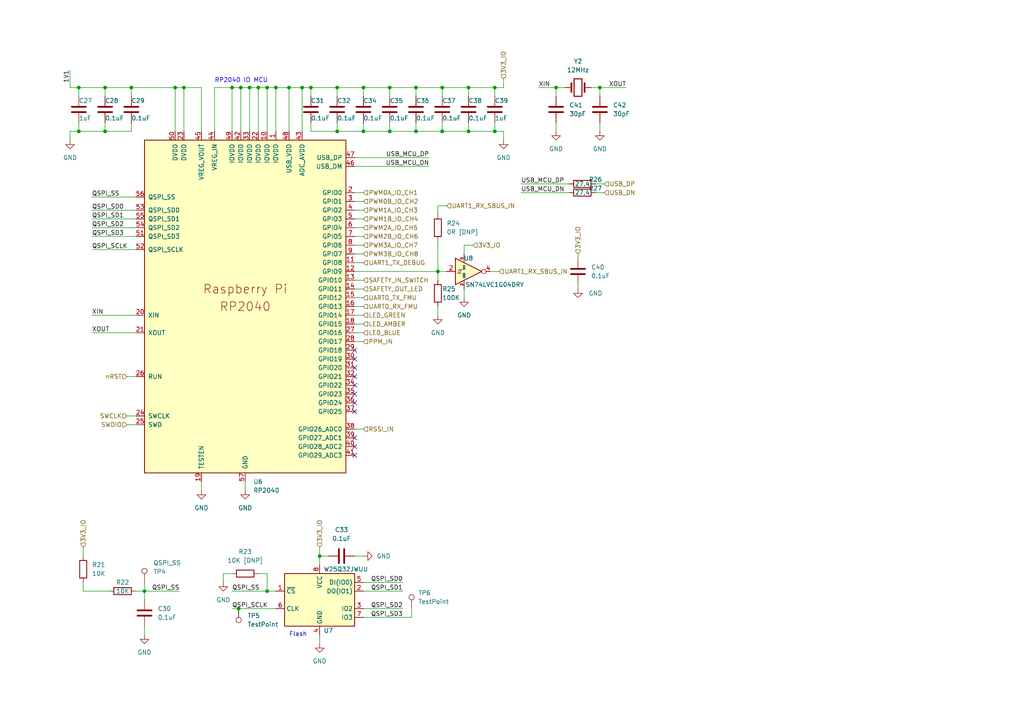
<source format=kicad_sch>
(kicad_sch (version 20211123) (generator eeschema)
  (paper "A4")
  (lib_symbols
    (symbol "74xGxx:SN74LVC1G14DRL"
      (property "Reference" "U" (at -2.54 5.08 0))
      (property "Value" "SN74LVC1G14DRL" (at 10.16 5.08 0))
      (symbol "SN74LVC1G14DRL_0_1"
        (polyline (pts (xy -1.016 0.508) (xy -0.508 0.508)))
        (polyline (pts (xy -2.54 3.81) (xy -2.54 -3.81) (xy 5.08 0) (xy -2.54 3.81)) (stroke (width 0.254)) (fill (type background)))
        (polyline (pts (xy -1.524 -0.508) (xy -1.524 0.508) (xy -1.016 0.508) (xy -1.016 -0.508) (xy -2.032 -0.508)))
        (circle (center 5.715 0) (radius 0.635))
      )
      (symbol "SN74LVC1G14DRL_1_1"
        (pin no_connect line (at 5.08 0 180) (length 2.54) hide (name "NC") (number "1"))
        (pin input line (at -5.08 0 0) (length 2.54) (name "~") (number "2"))
        (pin power_in line (at 0 -5.08 90) (length 2.54) (name "GND") (number "3"))
        (pin output line (at 7.62 0 180) (length 1.27) (name "~") (number "4"))
        (pin power_in line (at 0 5.08 270) (length 2.54) (name "VCC") (number "5"))
      )
    )
    (symbol "Connector:TestPoint" (pin_numbers hide) (pin_names (offset 0.762) hide)
      (property "Reference" "TP" (at 0 6.858 0))
      (property "Value" "TestPoint" (at 0 5.08 0))
      (symbol "TestPoint_0_1"
        (circle (center 0 3.302) (radius 0.762))
      )
      (symbol "TestPoint_1_1"
        (pin passive line (at 0 0 90) (length 2.54) (name "1") (number "1"))
      )
    )
    (symbol "Device:C" (pin_numbers hide) (pin_names (offset 0.254))
      (property "Reference" "C" (at 0.635 2.54 0))
      (property "Value" "C" (at 0.635 -2.54 0))
      (symbol "C_0_1"
        (polyline (pts (xy -2.032 -0.762) (xy 2.032 -0.762)) (stroke (width 0.508)))
        (polyline (pts (xy -2.032 0.762) (xy 2.032 0.762)) (stroke (width 0.508)))
      )
      (symbol "C_1_1"
        (pin passive line (at 0 3.81 270) (length 2.794) (name "~") (number "1"))
        (pin passive line (at 0 -3.81 90) (length 2.794) (name "~") (number "2"))
      )
    )
    (symbol "Device:Crystal" (pin_numbers hide) (pin_names (offset 1.016) hide)
      (property "Reference" "Y" (at 0 3.81 0))
      (property "Value" "Crystal" (at 0 -3.81 0))
      (symbol "Crystal_0_1"
        (rectangle (start -1.143 2.54) (end 1.143 -2.54) (stroke (width 0.3048)))
        (polyline (pts (xy -2.54 0) (xy -1.905 0)))
        (polyline (pts (xy -1.905 -1.27) (xy -1.905 1.27)) (stroke (width 0.508)))
        (polyline (pts (xy 1.905 -1.27) (xy 1.905 1.27)) (stroke (width 0.508)))
        (polyline (pts (xy 2.54 0) (xy 1.905 0)))
      )
      (symbol "Crystal_1_1"
        (pin passive line (at -3.81 0 0) (length 1.27) (name "1") (number "1"))
        (pin passive line (at 3.81 0 180) (length 1.27) (name "2") (number "2"))
      )
    )
    (symbol "Device:R" (pin_numbers hide) (pin_names (offset 0))
      (property "Reference" "R" (at 2.032 0 90))
      (property "Value" "R" (at 0 0 90))
      (symbol "R_0_1"
        (rectangle (start -1.016 -2.54) (end 1.016 2.54) (stroke (width 0.254)))
      )
      (symbol "R_1_1"
        (pin passive line (at 0 3.81 270) (length 1.27) (name "~") (number "1"))
        (pin passive line (at 0 -3.81 90) (length 1.27) (name "~") (number "2"))
      )
    )
    (symbol "MCU_RaspberryPi_RP2040:RP2040" (pin_names (offset 1.016))
      (property "Reference" "U" (at -29.21 49.53 0))
      (property "Value" "RP2040" (at 24.13 -49.53 0))
      (symbol "RP2040_0_0"
        (text "Raspberry Pi" (at 0 5.08 0) (effects (font (size 2.54 2.54))))
        (text "RP2040" (at 0 0 0) (effects (font (size 2.54 2.54))))
      )
      (symbol "RP2040_0_1"
        (rectangle (start 29.21 48.26) (end -29.21 -48.26) (stroke (width 0.254)) (fill (type background)))
      )
      (symbol "RP2040_1_1"
        (pin power_in line (at 8.89 50.8 270) (length 2.54) (name "IOVDD") (number "1"))
        (pin power_in line (at 6.35 50.8 270) (length 2.54) (name "IOVDD") (number "10"))
        (pin bidirectional line (at 31.75 12.7 180) (length 2.54) (name "GPIO8") (number "11"))
        (pin bidirectional line (at 31.75 10.16 180) (length 2.54) (name "GPIO9") (number "12"))
        (pin bidirectional line (at 31.75 7.62 180) (length 2.54) (name "GPIO10") (number "13"))
        (pin bidirectional line (at 31.75 5.08 180) (length 2.54) (name "GPIO11") (number "14"))
        (pin bidirectional line (at 31.75 2.54 180) (length 2.54) (name "GPIO12") (number "15"))
        (pin bidirectional line (at 31.75 0 180) (length 2.54) (name "GPIO13") (number "16"))
        (pin bidirectional line (at 31.75 -2.54 180) (length 2.54) (name "GPIO14") (number "17"))
        (pin bidirectional line (at 31.75 -5.08 180) (length 2.54) (name "GPIO15") (number "18"))
        (pin passive line (at -12.7 -50.8 90) (length 2.54) (name "TESTEN") (number "19"))
        (pin bidirectional line (at 31.75 33.02 180) (length 2.54) (name "GPIO0") (number "2"))
        (pin input line (at -31.75 -2.54 0) (length 2.54) (name "XIN") (number "20"))
        (pin passive line (at -31.75 -7.62 0) (length 2.54) (name "XOUT") (number "21"))
        (pin power_in line (at 3.81 50.8 270) (length 2.54) (name "IOVDD") (number "22"))
        (pin power_in line (at -17.78 50.8 270) (length 2.54) (name "DVDD") (number "23"))
        (pin output line (at -31.75 -31.75 0) (length 2.54) (name "SWCLK") (number "24"))
        (pin bidirectional line (at -31.75 -34.29 0) (length 2.54) (name "SWD") (number "25"))
        (pin input line (at -31.75 -20.32 0) (length 2.54) (name "RUN") (number "26"))
        (pin bidirectional line (at 31.75 -7.62 180) (length 2.54) (name "GPIO16") (number "27"))
        (pin bidirectional line (at 31.75 -10.16 180) (length 2.54) (name "GPIO17") (number "28"))
        (pin bidirectional line (at 31.75 -12.7 180) (length 2.54) (name "GPIO18") (number "29"))
        (pin bidirectional line (at 31.75 30.48 180) (length 2.54) (name "GPIO1") (number "3"))
        (pin bidirectional line (at 31.75 -15.24 180) (length 2.54) (name "GPIO19") (number "30"))
        (pin bidirectional line (at 31.75 -17.78 180) (length 2.54) (name "GPIO20") (number "31"))
        (pin bidirectional line (at 31.75 -20.32 180) (length 2.54) (name "GPIO21") (number "32"))
        (pin power_in line (at 1.27 50.8 270) (length 2.54) (name "IOVDD") (number "33"))
        (pin bidirectional line (at 31.75 -22.86 180) (length 2.54) (name "GPIO22") (number "34"))
        (pin bidirectional line (at 31.75 -25.4 180) (length 2.54) (name "GPIO23") (number "35"))
        (pin bidirectional line (at 31.75 -27.94 180) (length 2.54) (name "GPIO24") (number "36"))
        (pin bidirectional line (at 31.75 -30.48 180) (length 2.54) (name "GPIO25") (number "37"))
        (pin bidirectional line (at 31.75 -35.56 180) (length 2.54) (name "GPIO26_ADC0") (number "38"))
        (pin bidirectional line (at 31.75 -38.1 180) (length 2.54) (name "GPIO27_ADC1") (number "39"))
        (pin bidirectional line (at 31.75 27.94 180) (length 2.54) (name "GPIO2") (number "4"))
        (pin bidirectional line (at 31.75 -40.64 180) (length 2.54) (name "GPIO28_ADC2") (number "40"))
        (pin bidirectional line (at 31.75 -43.18 180) (length 2.54) (name "GPIO29_ADC3") (number "41"))
        (pin power_in line (at -1.27 50.8 270) (length 2.54) (name "IOVDD") (number "42"))
        (pin power_in line (at 16.51 50.8 270) (length 2.54) (name "ADC_AVDD") (number "43"))
        (pin power_in line (at -8.89 50.8 270) (length 2.54) (name "VREG_IN") (number "44"))
        (pin power_out line (at -12.7 50.8 270) (length 2.54) (name "VREG_VOUT") (number "45"))
        (pin bidirectional line (at 31.75 40.64 180) (length 2.54) (name "USB_DM") (number "46"))
        (pin bidirectional line (at 31.75 43.18 180) (length 2.54) (name "USB_DP") (number "47"))
        (pin power_in line (at 12.7 50.8 270) (length 2.54) (name "USB_VDD") (number "48"))
        (pin power_in line (at -3.81 50.8 270) (length 2.54) (name "IOVDD") (number "49"))
        (pin bidirectional line (at 31.75 25.4 180) (length 2.54) (name "GPIO3") (number "5"))
        (pin power_in line (at -20.32 50.8 270) (length 2.54) (name "DVDD") (number "50"))
        (pin bidirectional line (at -31.75 20.32 0) (length 2.54) (name "QSPI_SD3") (number "51"))
        (pin output line (at -31.75 16.51 0) (length 2.54) (name "QSPI_SCLK") (number "52"))
        (pin bidirectional line (at -31.75 27.94 0) (length 2.54) (name "QSPI_SD0") (number "53"))
        (pin bidirectional line (at -31.75 22.86 0) (length 2.54) (name "QSPI_SD2") (number "54"))
        (pin bidirectional line (at -31.75 25.4 0) (length 2.54) (name "QSPI_SD1") (number "55"))
        (pin bidirectional line (at -31.75 31.75 0) (length 2.54) (name "QSPI_SS") (number "56"))
        (pin power_in line (at 0 -50.8 90) (length 2.54) (name "GND") (number "57"))
        (pin bidirectional line (at 31.75 22.86 180) (length 2.54) (name "GPIO4") (number "6"))
        (pin bidirectional line (at 31.75 20.32 180) (length 2.54) (name "GPIO5") (number "7"))
        (pin bidirectional line (at 31.75 17.78 180) (length 2.54) (name "GPIO6") (number "8"))
        (pin bidirectional line (at 31.75 15.24 180) (length 2.54) (name "GPIO7") (number "9"))
      )
    )
    (symbol "Memory_Flash:W25Q32JVSS"
      (property "Reference" "U" (at -8.89 8.89 0))
      (property "Value" "W25Q32JVSS" (at 7.62 8.89 0))
      (symbol "W25Q32JVSS_0_1"
        (rectangle (start -10.16 7.62) (end 10.16 -7.62) (stroke (width 0.254)) (fill (type background)))
      )
      (symbol "W25Q32JVSS_1_1"
        (pin input line (at -12.7 2.54 0) (length 2.54) (name "~{CS}") (number "1"))
        (pin bidirectional line (at 12.7 2.54 180) (length 2.54) (name "DO(IO1)") (number "2"))
        (pin bidirectional line (at 12.7 -2.54 180) (length 2.54) (name "IO2") (number "3"))
        (pin power_in line (at 0 -10.16 90) (length 2.54) (name "GND") (number "4"))
        (pin bidirectional line (at 12.7 5.08 180) (length 2.54) (name "DI(IO0)") (number "5"))
        (pin input line (at -12.7 -2.54 0) (length 2.54) (name "CLK") (number "6"))
        (pin bidirectional line (at 12.7 -5.08 180) (length 2.54) (name "IO3") (number "7"))
        (pin power_in line (at 0 10.16 270) (length 2.54) (name "VCC") (number "8"))
      )
    )
    (symbol "power:GND" (power) (pin_names (offset 0))
      (property "Value" "GND" (at 0 -3.81 0))
      (symbol "GND_0_1"
        (polyline (pts (xy 0 0) (xy 0 -1.27) (xy 1.27 -1.27) (xy 0 -2.54) (xy -1.27 -1.27) (xy 0 -1.27)))
      )
      (symbol "GND_1_1"
        (pin power_in line (at 0 0 270) (length 0) hide (name "GND") (number "1"))
      )
    )
  )
  (junction (at 128.27 38.1) (diameter 0.9144))
  (junction (at 113.03 25.4) (diameter 0.9144))
  (junction (at 143.51 38.1) (diameter 0.9144))
  (junction (at 22.86 25.4))
  (junction (at 30.48 25.4))
  (junction (at 161.29 25.4) (diameter 0.9144))
  (junction (at 87.63 25.4) (diameter 0.9144))
  (junction (at 135.89 38.1) (diameter 0.9144))
  (junction (at 69.85 25.4) (diameter 0.9144))
  (junction (at 173.99 25.4) (diameter 0.9144))
  (junction (at 113.03 38.1) (diameter 0.9144))
  (junction (at 120.65 38.1) (diameter 0.9144))
  (junction (at 135.89 25.4) (diameter 0.9144))
  (junction (at 38.1 25.4))
  (junction (at 67.31 25.4) (diameter 0.9144))
  (junction (at 120.65 25.4) (diameter 0.9144))
  (junction (at 83.82 25.4) (diameter 0.9144))
  (junction (at 77.47 25.4) (diameter 0.9144))
  (junction (at 92.71 161.29) (diameter 0.9144))
  (junction (at 127 78.74))
  (junction (at 69.215 176.53))
  (junction (at 77.47 171.45))
  (junction (at 22.86 38.1))
  (junction (at 97.79 25.4) (diameter 0.9144))
  (junction (at 105.41 38.1) (diameter 0.9144))
  (junction (at 97.79 38.1) (diameter 0.9144))
  (junction (at 128.27 25.4) (diameter 0.9144))
  (junction (at 50.8 25.4) (diameter 0.9144))
  (junction (at 105.41 25.4) (diameter 0.9144))
  (junction (at 143.51 25.4) (diameter 0.9144))
  (junction (at 74.93 25.4) (diameter 0.9144))
  (junction (at 72.39 25.4) (diameter 0.9144))
  (junction (at 30.48 38.1))
  (junction (at 53.34 25.4) (diameter 0.9144))
  (junction (at 41.91 171.45) (diameter 0.9144))
  (junction (at 90.17 25.4) (diameter 0.9144))
  (junction (at 80.01 25.4) (diameter 0.9144))
  (no_connect (at 102.87 111.76))
  (no_connect (at 102.87 104.14))
  (no_connect (at 102.87 109.22))
  (no_connect (at 102.87 114.3))
  (no_connect (at 102.87 127))
  (no_connect (at 102.87 129.54))
  (no_connect (at 102.87 132.08))
  (no_connect (at 102.87 106.68))
  (no_connect (at 102.87 101.6))
  (no_connect (at 102.87 116.84))
  (no_connect (at 102.87 119.38))
  (wire (pts (xy 26.67 91.44) (xy 39.37 91.44)))
  (wire (pts (xy 151.13 53.34) (xy 165.1 53.34)))
  (wire (pts (xy 62.23 38.1) (xy 62.23 25.4)))
  (wire (pts (xy 20.32 40.64) (xy 20.32 38.1)))
  (wire (pts (xy 41.91 171.45) (xy 52.07 171.45)))
  (wire (pts (xy 67.31 171.45) (xy 77.47 171.45)))
  (wire (pts (xy 105.41 35.56) (xy 105.41 38.1)))
  (wire (pts (xy 20.32 38.1) (xy 22.86 38.1)))
  (wire (pts (xy 64.77 166.37) (xy 67.31 166.37)))
  (wire (pts (xy 30.48 38.1) (xy 38.1 38.1)))
  (wire (pts (xy 127 78.74) (xy 129.54 78.74)))
  (wire (pts (xy 146.05 25.4) (xy 143.51 25.4)))
  (wire (pts (xy 172.72 55.88) (xy 175.26 55.88)))
  (wire (pts (xy 135.89 25.4) (xy 135.89 27.94)))
  (wire (pts (xy 102.87 48.26) (xy 124.46 48.26)))
  (wire (pts (xy 102.87 91.44) (xy 105.41 91.44)))
  (wire (pts (xy 90.17 25.4) (xy 97.79 25.4)))
  (wire (pts (xy 134.62 83.82) (xy 134.62 86.36)))
  (wire (pts (xy 102.87 71.12) (xy 105.41 71.12)))
  (wire (pts (xy 90.17 38.1) (xy 90.17 35.56)))
  (wire (pts (xy 113.03 35.56) (xy 113.03 38.1)))
  (wire (pts (xy 53.34 38.1) (xy 53.34 25.4)))
  (wire (pts (xy 30.48 35.56) (xy 30.48 38.1)))
  (wire (pts (xy 102.87 73.66) (xy 105.41 73.66)))
  (wire (pts (xy 80.01 25.4) (xy 77.47 25.4)))
  (wire (pts (xy 127 69.85) (xy 127 78.74)))
  (wire (pts (xy 105.41 38.1) (xy 113.03 38.1)))
  (wire (pts (xy 113.03 38.1) (xy 120.65 38.1)))
  (wire (pts (xy 24.13 171.45) (xy 31.75 171.45)))
  (wire (pts (xy 102.87 63.5) (xy 105.41 63.5)))
  (wire (pts (xy 97.79 38.1) (xy 90.17 38.1)))
  (wire (pts (xy 102.87 86.36) (xy 105.41 86.36)))
  (wire (pts (xy 120.65 38.1) (xy 128.27 38.1)))
  (wire (pts (xy 102.87 81.28) (xy 105.41 81.28)))
  (wire (pts (xy 36.83 109.22) (xy 39.37 109.22)))
  (wire (pts (xy 146.05 22.86) (xy 146.05 25.4)))
  (wire (pts (xy 172.72 53.34) (xy 175.26 53.34)))
  (wire (pts (xy 173.99 35.56) (xy 173.99 38.1)))
  (wire (pts (xy 134.62 71.12) (xy 134.62 73.66)))
  (wire (pts (xy 53.34 25.4) (xy 50.8 25.4)))
  (wire (pts (xy 102.87 66.04) (xy 105.41 66.04)))
  (wire (pts (xy 26.67 68.58) (xy 39.37 68.58)))
  (wire (pts (xy 80.01 38.1) (xy 80.01 25.4)))
  (wire (pts (xy 102.87 78.74) (xy 127 78.74)))
  (wire (pts (xy 22.86 38.1) (xy 22.86 35.56)))
  (wire (pts (xy 102.87 161.29) (xy 105.41 161.29)))
  (wire (pts (xy 102.87 76.2) (xy 105.41 76.2)))
  (wire (pts (xy 143.51 35.56) (xy 143.51 38.1)))
  (wire (pts (xy 24.13 158.75) (xy 24.13 161.29)))
  (wire (pts (xy 113.03 25.4) (xy 113.03 27.94)))
  (wire (pts (xy 105.41 171.45) (xy 116.84 171.45)))
  (wire (pts (xy 41.91 173.99) (xy 41.91 171.45)))
  (wire (pts (xy 105.41 25.4) (xy 113.03 25.4)))
  (wire (pts (xy 102.87 99.06) (xy 105.41 99.06)))
  (wire (pts (xy 71.12 139.7) (xy 71.12 142.24)))
  (wire (pts (xy 102.87 88.9) (xy 105.41 88.9)))
  (wire (pts (xy 102.87 96.52) (xy 105.41 96.52)))
  (wire (pts (xy 161.29 25.4) (xy 163.83 25.4)))
  (wire (pts (xy 128.27 25.4) (xy 128.27 27.94)))
  (wire (pts (xy 24.13 168.91) (xy 24.13 171.45)))
  (wire (pts (xy 50.8 25.4) (xy 50.8 38.1)))
  (wire (pts (xy 74.93 166.37) (xy 77.47 166.37)))
  (wire (pts (xy 36.83 123.19) (xy 39.37 123.19)))
  (wire (pts (xy 129.54 59.69) (xy 127 59.69)))
  (wire (pts (xy 80.01 25.4) (xy 83.82 25.4)))
  (wire (pts (xy 67.31 176.53) (xy 69.215 176.53)))
  (wire (pts (xy 26.67 66.04) (xy 39.37 66.04)))
  (wire (pts (xy 102.87 60.96) (xy 105.41 60.96)))
  (wire (pts (xy 134.62 71.12) (xy 137.16 71.12)))
  (wire (pts (xy 38.1 25.4) (xy 50.8 25.4)))
  (wire (pts (xy 173.99 27.94) (xy 173.99 25.4)))
  (wire (pts (xy 128.27 25.4) (xy 135.89 25.4)))
  (wire (pts (xy 127 59.69) (xy 127 62.23)))
  (wire (pts (xy 26.67 72.39) (xy 39.37 72.39)))
  (wire (pts (xy 120.65 25.4) (xy 128.27 25.4)))
  (wire (pts (xy 102.87 68.58) (xy 105.41 68.58)))
  (wire (pts (xy 102.87 93.98) (xy 105.41 93.98)))
  (wire (pts (xy 135.89 25.4) (xy 143.51 25.4)))
  (wire (pts (xy 41.91 181.61) (xy 41.91 184.15)))
  (wire (pts (xy 105.41 168.91) (xy 116.84 168.91)))
  (wire (pts (xy 77.47 25.4) (xy 77.47 38.1)))
  (wire (pts (xy 38.1 25.4) (xy 38.1 27.94)))
  (wire (pts (xy 26.67 60.96) (xy 39.37 60.96)))
  (wire (pts (xy 67.31 25.4) (xy 69.85 25.4)))
  (wire (pts (xy 74.93 38.1) (xy 74.93 25.4)))
  (wire (pts (xy 151.13 55.88) (xy 165.1 55.88)))
  (wire (pts (xy 64.77 168.91) (xy 64.77 166.37)))
  (wire (pts (xy 143.51 38.1) (xy 146.05 38.1)))
  (wire (pts (xy 58.42 25.4) (xy 53.34 25.4)))
  (wire (pts (xy 58.42 38.1) (xy 58.42 25.4)))
  (wire (pts (xy 22.86 38.1) (xy 30.48 38.1)))
  (wire (pts (xy 62.23 25.4) (xy 67.31 25.4)))
  (wire (pts (xy 146.05 40.64) (xy 146.05 38.1)))
  (wire (pts (xy 72.39 25.4) (xy 69.85 25.4)))
  (wire (pts (xy 41.91 171.45) (xy 39.37 171.45)))
  (wire (pts (xy 67.31 38.1) (xy 67.31 25.4)))
  (wire (pts (xy 30.48 25.4) (xy 30.48 27.94)))
  (wire (pts (xy 102.87 83.82) (xy 105.41 83.82)))
  (wire (pts (xy 26.67 63.5) (xy 39.37 63.5)))
  (wire (pts (xy 69.85 25.4) (xy 69.85 38.1)))
  (wire (pts (xy 92.71 158.75) (xy 92.71 161.29)))
  (wire (pts (xy 22.86 27.94) (xy 22.86 25.4)))
  (wire (pts (xy 135.89 35.56) (xy 135.89 38.1)))
  (wire (pts (xy 69.215 176.53) (xy 80.01 176.53)))
  (wire (pts (xy 102.87 45.72) (xy 124.46 45.72)))
  (wire (pts (xy 105.41 25.4) (xy 105.41 27.94)))
  (wire (pts (xy 58.42 139.7) (xy 58.42 142.24)))
  (wire (pts (xy 92.71 163.83) (xy 92.71 161.29)))
  (wire (pts (xy 26.67 96.52) (xy 39.37 96.52)))
  (wire (pts (xy 120.65 25.4) (xy 120.65 27.94)))
  (wire (pts (xy 105.41 179.07) (xy 119.38 179.07)))
  (wire (pts (xy 119.38 176.53) (xy 119.38 179.07)))
  (wire (pts (xy 127 88.9) (xy 127 91.44)))
  (wire (pts (xy 92.71 184.15) (xy 92.71 186.69)))
  (wire (pts (xy 20.32 20.32) (xy 20.32 25.4)))
  (wire (pts (xy 156.21 25.4) (xy 161.29 25.4)))
  (wire (pts (xy 30.48 25.4) (xy 38.1 25.4)))
  (wire (pts (xy 105.41 176.53) (xy 116.84 176.53)))
  (wire (pts (xy 41.91 168.91) (xy 41.91 171.45)))
  (wire (pts (xy 92.71 161.29) (xy 95.25 161.29)))
  (wire (pts (xy 97.79 25.4) (xy 105.41 25.4)))
  (wire (pts (xy 87.63 25.4) (xy 90.17 25.4)))
  (wire (pts (xy 173.99 25.4) (xy 181.61 25.4)))
  (wire (pts (xy 74.93 25.4) (xy 77.47 25.4)))
  (wire (pts (xy 161.29 27.94) (xy 161.29 25.4)))
  (wire (pts (xy 77.47 171.45) (xy 80.01 171.45)))
  (wire (pts (xy 97.79 35.56) (xy 97.79 38.1)))
  (wire (pts (xy 161.29 35.56) (xy 161.29 38.1)))
  (wire (pts (xy 77.47 166.37) (xy 77.47 171.45)))
  (wire (pts (xy 83.82 25.4) (xy 83.82 38.1)))
  (wire (pts (xy 127 78.74) (xy 127 81.28)))
  (wire (pts (xy 128.27 38.1) (xy 135.89 38.1)))
  (wire (pts (xy 102.87 124.46) (xy 105.41 124.46)))
  (wire (pts (xy 38.1 38.1) (xy 38.1 35.56)))
  (wire (pts (xy 167.64 73.66) (xy 167.64 74.93)))
  (wire (pts (xy 72.39 25.4) (xy 74.93 25.4)))
  (wire (pts (xy 113.03 25.4) (xy 120.65 25.4)))
  (wire (pts (xy 90.17 27.94) (xy 90.17 25.4)))
  (wire (pts (xy 135.89 38.1) (xy 143.51 38.1)))
  (wire (pts (xy 87.63 25.4) (xy 83.82 25.4)))
  (wire (pts (xy 36.83 120.65) (xy 39.37 120.65)))
  (wire (pts (xy 173.99 25.4) (xy 171.45 25.4)))
  (wire (pts (xy 72.39 38.1) (xy 72.39 25.4)))
  (wire (pts (xy 87.63 38.1) (xy 87.63 25.4)))
  (wire (pts (xy 120.65 35.56) (xy 120.65 38.1)))
  (wire (pts (xy 102.87 55.88) (xy 105.41 55.88)))
  (wire (pts (xy 97.79 25.4) (xy 97.79 27.94)))
  (wire (pts (xy 143.51 25.4) (xy 143.51 27.94)))
  (wire (pts (xy 128.27 35.56) (xy 128.27 38.1)))
  (wire (pts (xy 105.41 38.1) (xy 97.79 38.1)))
  (wire (pts (xy 142.24 78.74) (xy 144.78 78.74)))
  (wire (pts (xy 22.86 25.4) (xy 20.32 25.4)))
  (wire (pts (xy 22.86 25.4) (xy 30.48 25.4)))
  (wire (pts (xy 167.64 82.55) (xy 167.64 83.82)))
  (wire (pts (xy 102.87 58.42) (xy 105.41 58.42)))
  (wire (pts (xy 26.67 57.15) (xy 39.37 57.15)))
  (text "RP2040 IO MCU" (at 62.23 24.13 0) (effects (font (size 1.27 1.27)) (justify left bottom)))
  (text "Flash" (at 83.82 184.785 0) (effects (font (size 1.27 1.27)) (justify left bottom)))
  (label "USB_MCU_DP" (at 151.13 53.34 0))
  (label "QSPI_SCLK" (at 26.67 72.39 0))
  (label "1V1" (at 20.32 20.32 270))
  (label "XIN" (at 26.67 91.44 0))
  (label "QSPI_SD2" (at 26.67 66.04 0))
  (label "XOUT" (at 26.67 96.52 0))
  (label "QSPI_SD1" (at 26.67 63.5 0))
  (label "USB_MCU_DP" (at 124.46 45.72 180))
  (label "QSPI_SD2" (at 116.84 176.53 180))
  (label "QSPI_SD1" (at 116.84 171.45 180))
  (label "QSPI_SCLK" (at 67.31 176.53 0))
  (label "QSPI_SS" (at 52.07 171.45 180))
  (label "QSPI_SD3" (at 116.84 179.07 180))
  (label "QSPI_SD0" (at 26.67 60.96 0))
  (label "XIN" (at 156.21 25.4 0))
  (label "QSPI_SD3" (at 26.67 68.58 0))
  (label "QSPI_SS" (at 26.67 57.15 0))
  (label "USB_MCU_DN" (at 124.46 48.26 180))
  (label "QSPI_SS" (at 67.31 171.45 0))
  (label "USB_MCU_DN" (at 151.13 55.88 0))
  (label "XOUT" (at 181.61 25.4 180))
  (label "QSPI_SD0" (at 116.84 168.91 180))
  (hierarchical_label "PWM2A_IO_CH5" (shape input) (at 105.41 66.04 0))
  (hierarchical_label "PWM0A_IO_CH1" (shape input) (at 105.41 55.88 0))
  (hierarchical_label "3V3_IO" (shape input) (at 137.16 71.12 0))
  (hierarchical_label "UART0_TX_FMU" (shape input) (at 105.41 86.36 0))
  (hierarchical_label "3V3_IO" (shape input) (at 146.05 22.86 90))
  (hierarchical_label "UART1_TX_DEBUG" (shape input) (at 105.41 76.2 0))
  (hierarchical_label "UART1_RX_SBUS_IN" (shape input) (at 144.78 78.74 0))
  (hierarchical_label "PWM3B_IO_CH8" (shape input) (at 105.41 73.66 0))
  (hierarchical_label "LED_BLUE" (shape input) (at 105.41 96.52 0))
  (hierarchical_label "nRST" (shape input) (at 36.83 109.22 180))
  (hierarchical_label "PWM3A_IO_CH7" (shape input) (at 105.41 71.12 0))
  (hierarchical_label "SAFETY_IN_SWITCH" (shape input) (at 105.41 81.28 0))
  (hierarchical_label "PWM0B_IO_CH2" (shape input) (at 105.41 58.42 0))
  (hierarchical_label "3V3_IO" (shape input) (at 24.13 158.75 90))
  (hierarchical_label "SWDIO" (shape input) (at 36.83 123.19 180))
  (hierarchical_label "LED_GREEN" (shape input) (at 105.41 91.44 0))
  (hierarchical_label "PWM1B_IO_CH4" (shape input) (at 105.41 63.5 0))
  (hierarchical_label "PPM_IN" (shape input) (at 105.41 99.06 0))
  (hierarchical_label "USB_DP" (shape input) (at 175.26 53.34 0))
  (hierarchical_label "USB_DN" (shape input) (at 175.26 55.88 0))
  (hierarchical_label "RSSI_IN" (shape input) (at 105.41 124.46 0))
  (hierarchical_label "UART0_RX_FMU" (shape input) (at 105.41 88.9 0))
  (hierarchical_label "SAFETY_OUT_LED" (shape input) (at 105.41 83.82 0))
  (hierarchical_label "3V3_IO" (shape input) (at 92.71 158.75 90))
  (hierarchical_label "LED_AMBER" (shape input) (at 105.41 93.98 0))
  (hierarchical_label "3V3_IO" (shape input) (at 167.64 73.66 90))
  (hierarchical_label "SWCLK" (shape input) (at 36.83 120.65 180))
  (hierarchical_label "PWM1A_IO_CH3" (shape input) (at 105.41 60.96 0))
  (hierarchical_label "UART1_RX_SBUS_IN" (shape input) (at 129.54 59.69 0))
  (hierarchical_label "PWM2B_IO_CH6" (shape input) (at 105.41 68.58 0))
  (symbol (lib_id "Device:C") (at 113.03 31.75 0) (unit 1)
    (property "Reference" "C35" (at 113.03 29.2099 0) (effects (justify left)))
    (property "Value" "0.1uF" (at 113.03 34.2899 0) (effects (justify left)))
    (property "Footprint" "Capacitor_SMD:C_0402_1005Metric" (effects hide))
    (property "LCSC" "C1525" (effects hide))
  )
  (symbol (lib_id "Device:C") (at 105.41 31.75 0) (unit 1)
    (property "Reference" "C34" (at 105.41 29.2099 0) (effects (justify left)))
    (property "Value" "0.1uF" (at 105.41 34.2899 0) (effects (justify left)))
    (property "Footprint" "Capacitor_SMD:C_0402_1005Metric" (effects hide))
    (property "LCSC" "C1525" (effects hide))
  )
  (symbol (lib_id "power:GND") (at 127 91.44 0) (unit 1)
    (property "Reference" "#PWR060" (effects hide))
    (property "Value" "GND" (at 127 96.52 0))
  )
  (symbol (lib_id "Device:C") (at 167.64 78.74 180) (unit 1)
    (property "Reference" "C40" (at 171.45 77.4699 0) (effects (justify right)))
    (property "Value" "0.1uF" (at 171.45 80.0099 0) (effects (justify right)))
    (property "Footprint" "Capacitor_SMD:C_0402_1005Metric" (effects hide))
  )
  (symbol (lib_id "Device:C") (at 38.1 31.75 0) (unit 1)
    (property "Reference" "C29" (at 38.1 29.2099 0) (effects (justify left)))
    (property "Value" "0.1uF" (at 38.1 34.2899 0) (effects (justify left)))
    (property "Footprint" "Capacitor_SMD:C_0402_1005Metric" (effects hide))
    (property "LCSC" "C1525" (effects hide))
  )
  (symbol (lib_id "Device:C") (at 161.29 31.75 0) (unit 1)
    (property "Reference" "C41" (at 165.1 30.4799 0) (effects (justify left)))
    (property "Value" "30pF" (at 165.1 33.0199 0) (effects (justify left)))
    (property "Footprint" "Capacitor_SMD:C_0402_1005Metric" (effects hide))
    (property "LCSC" "C1557" (effects hide))
  )
  (symbol (lib_id "Device:C") (at 99.06 161.29 90) (unit 1)
    (property "Reference" "C33" (at 99.06 153.67 90))
    (property "Value" "0.1uF" (at 99.06 156.21 90))
    (property "Footprint" "Capacitor_SMD:C_0402_1005Metric" (effects hide))
    (property "LCSC" "C1525" (effects hide))
  )
  (symbol (lib_id "power:GND") (at 20.32 40.64 0) (unit 1)
    (property "Reference" "#PWR051" (effects hide))
    (property "Value" "GND" (at 20.32 45.72 0))
  )
  (symbol (lib_id "74xGxx:SN74LVC1G14DRL") (at 134.62 78.74 0) (unit 1)
    (property "Reference" "U8" (at 135.89 74.93 0))
    (property "Value" "SN74LVC1G04DRY" (at 143.51 82.55 0))
    (property "Footprint" "Package_TO_SOT_SMD:SOT-553" (effects hide))
    (property "Datasheet" "http://www.ti.com/lit/ds/symlink/sn74lvc1g14.pdf" (effects hide))
  )
  (symbol (lib_id "power:GND") (at 134.62 86.36 0) (unit 1)
    (property "Reference" "#PWR062" (effects hide))
    (property "Value" "GND" (at 134.62 91.44 0))
  )
  (symbol (lib_id "Device:R") (at 24.13 165.1 0) (unit 1)
    (property "Reference" "R21" (at 26.67 163.8299 0) (effects (justify left)))
    (property "Value" "10K" (at 26.67 166.3699 0) (effects (justify left)))
    (property "Footprint" "Resistor_SMD:R_0402_1005Metric" (effects hide))
    (property "LCSC" "C25744" (effects hide))
  )
  (symbol (lib_id "Device:C") (at 90.17 31.75 0) (unit 1)
    (property "Reference" "C31" (at 90.17 29.2099 0) (effects (justify left)))
    (property "Value" "0.1uF" (at 90.17 34.2899 0) (effects (justify left)))
    (property "Footprint" "Capacitor_SMD:C_0402_1005Metric" (effects hide))
    (property "LCSC" "C1525" (effects hide))
  )
  (symbol (lib_id "power:GND") (at 64.77 168.91 0) (unit 1)
    (property "Reference" "#PWR055" (effects hide))
    (property "Value" "GND" (at 64.77 173.99 0))
  )
  (symbol (lib_id "MCU_RaspberryPi_RP2040:RP2040") (at 71.12 88.9 0) (unit 1)
    (property "Reference" "U6" (at 73.4632 139.7 0) (effects (justify left)))
    (property "Value" "RP2040" (at 73.4632 142.24 0) (effects (justify left)))
    (property "Footprint" "RP2040_minimal:RP2040-QFN-56" (effects hide))
    (property "LCSC" "C2040" (effects hide))
  )
  (symbol (lib_id "Device:C") (at 97.79 31.75 0) (unit 1)
    (property "Reference" "C32" (at 97.79 29.2099 0) (effects (justify left)))
    (property "Value" "0.1uF" (at 97.79 34.2899 0) (effects (justify left)))
    (property "Footprint" "Capacitor_SMD:C_0402_1005Metric" (effects hide))
    (property "LCSC" "C1525" (effects hide))
  )
  (symbol (lib_id "Device:C") (at 22.86 31.75 0) (unit 1)
    (property "Reference" "C27" (at 22.86 29.21 0) (effects (justify left)))
    (property "Value" "1uF" (at 22.86 34.29 0) (effects (justify left)))
    (property "Footprint" "Capacitor_SMD:C_0402_1005Metric" (effects hide))
    (property "LCSC" "C52923" (effects hide))
  )
  (symbol (lib_id "Device:C") (at 30.48 31.75 0) (unit 1)
    (property "Reference" "C28" (at 30.48 29.2099 0) (effects (justify left)))
    (property "Value" "0.1uF" (at 30.48 34.2899 0) (effects (justify left)))
    (property "Footprint" "Capacitor_SMD:C_0402_1005Metric" (effects hide))
    (property "LCSC" "C1525" (effects hide))
  )
  (symbol (lib_id "power:GND") (at 161.29 38.1 0) (unit 1)
    (property "Reference" "#PWR067" (effects hide))
    (property "Value" "GND" (at 161.29 43.18 0))
  )
  (symbol (lib_id "Memory_Flash:W25Q32JVSS") (at 92.71 173.99 0) (unit 1)
    (property "Reference" "U7" (at 95.25 182.88 0))
    (property "Value" "W25Q32JWUU" (at 100.33 165.1 0))
    (property "Footprint" "USON:USON8" (effects hide))
    (property "Datasheet" "http://www.winbond.com/resource-files/w25q32jv%20revg%2003272018%20plus.pdf" (effects hide))
    (property "LCSC" "C2441425" (effects hide))
  )
  (symbol (lib_id "power:GND") (at 92.71 186.69 0) (unit 1)
    (property "Reference" "#PWR058" (effects hide))
    (property "Value" "GND" (at 92.71 191.77 0))
  )
  (symbol (lib_id "Device:C") (at 135.89 31.75 0) (unit 1)
    (property "Reference" "C38" (at 135.89 29.2099 0) (effects (justify left)))
    (property "Value" "0.1uF" (at 135.89 34.2899 0) (effects (justify left)))
    (property "Footprint" "Capacitor_SMD:C_0402_1005Metric" (effects hide))
    (property "LCSC" "C1525" (effects hide))
  )
  (symbol (lib_id "power:GND") (at 105.41 161.29 90) (unit 1)
    (property "Reference" "#PWR059" (effects hide))
    (property "Value" "GND" (at 109.22 161.2899 90) (effects (justify right)))
  )
  (symbol (lib_id "power:GND") (at 58.42 142.24 0) (unit 1)
    (property "Reference" "#PWR054" (effects hide))
    (property "Value" "GND" (at 58.42 147.32 0))
  )
  (symbol (lib_id "Device:C") (at 128.27 31.75 0) (unit 1)
    (property "Reference" "C37" (at 128.27 29.2099 0) (effects (justify left)))
    (property "Value" "0.1uF" (at 128.27 34.2899 0) (effects (justify left)))
    (property "Footprint" "Capacitor_SMD:C_0402_1005Metric" (effects hide))
    (property "LCSC" "C1525" (effects hide))
  )
  (symbol (lib_id "power:GND") (at 173.99 38.1 0) (unit 1)
    (property "Reference" "#PWR068" (effects hide))
    (property "Value" "GND" (at 173.99 43.18 0))
  )
  (symbol (lib_id "Device:C") (at 120.65 31.75 0) (unit 1)
    (property "Reference" "C36" (at 120.65 29.2099 0) (effects (justify left)))
    (property "Value" "0.1uF" (at 120.65 34.2899 0) (effects (justify left)))
    (property "Footprint" "Capacitor_SMD:C_0402_1005Metric" (effects hide))
    (property "LCSC" "C1525" (effects hide))
  )
  (symbol (lib_id "Device:Crystal") (at 167.64 25.4 0) (unit 1)
    (property "Reference" "Y2" (at 167.64 17.78 0))
    (property "Value" "12MHz" (at 167.64 20.32 0))
    (property "Footprint" "Crystal:Crystal_SMD_3225-4Pin_3.2x2.5mm" (effects hide))
    (property "LCSC" "C9002" (effects hide))
  )
  (symbol (lib_id "Device:R") (at 127 66.04 0) (unit 1)
    (property "Reference" "R24" (at 129.54 64.7699 0) (effects (justify left)))
    (property "Value" "0R [DNP]" (at 129.54 67.3099 0) (effects (justify left)))
    (property "Footprint" "Resistor_SMD:R_0402_1005Metric" (effects hide))
  )
  (symbol (lib_id "power:GND") (at 71.12 142.24 0) (unit 1)
    (property "Reference" "#PWR056" (effects hide))
    (property "Value" "GND" (at 71.12 147.32 0))
  )
  (symbol (lib_id "Device:R") (at 127 85.09 0) (unit 1)
    (property "Reference" "R25" (at 128.27 83.82 0) (effects (justify left)))
    (property "Value" "100K" (at 128.27 86.36 0) (effects (justify left)))
    (property "Footprint" "Resistor_SMD:R_0402_1005Metric" (effects hide))
  )
  (symbol (lib_id "Device:R") (at 35.56 171.45 90) (unit 1)
    (property "Reference" "R22" (at 35.56 168.91 90))
    (property "Value" "10K" (at 35.56 171.45 90))
    (property "Footprint" "Resistor_SMD:R_0402_1005Metric" (effects hide))
    (property "LCSC" "C25744" (effects hide))
  )
  (symbol (lib_id "power:GND") (at 167.64 83.82 0) (unit 1)
    (property "Reference" "#PWR066" (effects hide))
    (property "Value" "GND" (at 172.72 85.09 0))
  )
  (symbol (lib_id "Device:R") (at 168.91 53.34 90) (unit 1)
    (property "Reference" "R26" (at 172.72 52.07 90))
    (property "Value" "27.4" (at 168.91 53.34 90))
    (property "Footprint" "Resistor_SMD:R_0402_1005Metric" (effects hide))
  )
  (symbol (lib_id "Device:R") (at 168.91 55.88 90) (unit 1)
    (property "Reference" "R27" (at 172.72 54.61 90))
    (property "Value" "27.4" (at 168.91 55.88 90))
    (property "Footprint" "Resistor_SMD:R_0402_1005Metric" (effects hide))
  )
  (symbol (lib_id "Connector:TestPoint") (at 119.38 176.53 0) (unit 1)
    (property "Reference" "TP6" (at 121.285 171.9579 0) (effects (justify left)))
    (property "Value" "TestPoint" (at 121.285 174.4979 0) (effects (justify left)))
    (property "Footprint" "TestPoint:TestPoint_Pad_D1.0mm" (effects hide))
  )
  (symbol (lib_id "power:GND") (at 41.91 184.15 0) (unit 1)
    (property "Reference" "#PWR053" (effects hide))
    (property "Value" "GND" (at 41.91 189.23 0))
  )
  (symbol (lib_id "Device:C") (at 41.91 177.8 180) (unit 1)
    (property "Reference" "C30" (at 45.72 176.5299 0) (effects (justify right)))
    (property "Value" "0.1uF" (at 45.72 179.0699 0) (effects (justify right)))
    (property "Footprint" "Capacitor_SMD:C_0402_1005Metric" (effects hide))
    (property "LCSC" "C1525" (effects hide))
  )
  (symbol (lib_id "power:GND") (at 146.05 40.64 0) (unit 1)
    (property "Reference" "#PWR064" (effects hide))
    (property "Value" "GND" (at 146.05 45.72 0))
  )
  (symbol (lib_id "Connector:TestPoint") (at 69.215 176.53 180) (unit 1)
    (property "Reference" "TP5" (at 71.755 178.5619 0) (effects (justify right)))
    (property "Value" "TestPoint" (at 71.755 181.1019 0) (effects (justify right)))
    (property "Footprint" "TestPoint:TestPoint_Pad_D1.0mm" (effects hide))
  )
  (symbol (lib_id "Device:R") (at 71.12 166.37 90) (unit 1)
    (property "Reference" "R23" (at 71.12 160.02 90))
    (property "Value" "10K [DNP]" (at 71.12 162.56 90))
    (property "Footprint" "Resistor_SMD:R_0402_1005Metric" (effects hide))
  )
  (symbol (lib_id "Connector:TestPoint") (at 41.91 168.91 0) (unit 1)
    (property "Reference" "TP4" (at 44.45 165.7984 0) (effects (justify left)))
    (property "Value" "QSPI_SS" (at 44.45 163.2584 0) (effects (justify left)))
    (property "Footprint" "TestPoint:TestPoint_Pad_D1.0mm" (effects hide))
  )
  (symbol (lib_id "Device:C") (at 173.99 31.75 0) (unit 1)
    (property "Reference" "C42" (at 177.8 30.4799 0) (effects (justify left)))
    (property "Value" "30pF" (at 177.8 33.0199 0) (effects (justify left)))
    (property "Footprint" "Capacitor_SMD:C_0402_1005Metric" (effects hide))
    (property "LCSC" "C1557" (effects hide))
  )
  (symbol (lib_id "Device:C") (at 143.51 31.75 0) (unit 1)
    (property "Reference" "C39" (at 143.51 29.2099 0) (effects (justify left)))
    (property "Value" "1uF" (at 143.51 34.2899 0) (effects (justify left)))
    (property "Footprint" "Capacitor_SMD:C_0402_1005Metric" (effects hide))
    (property "LCSC" "C52923" (effects hide))
  )
)
</source>
